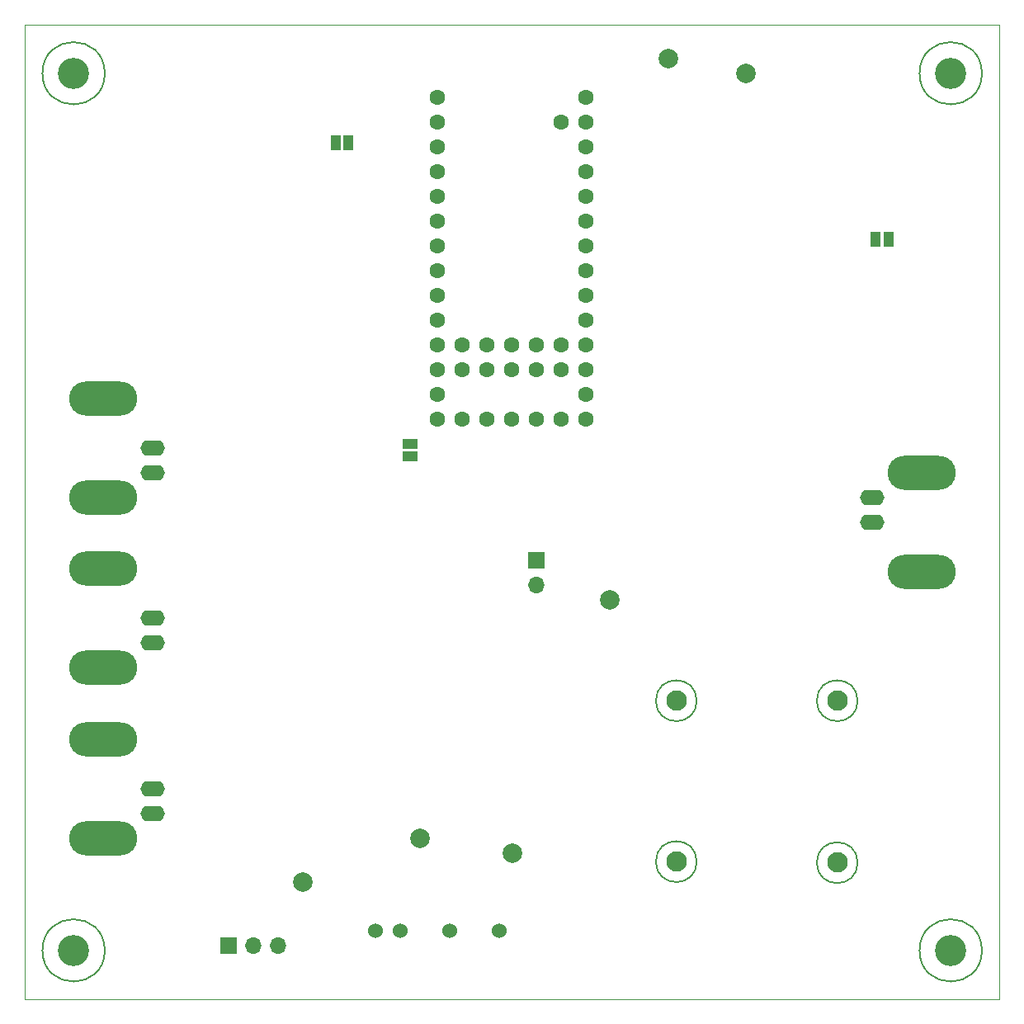
<source format=gbs>
G04 #@! TF.GenerationSoftware,KiCad,Pcbnew,7.0.8-7.0.8~ubuntu22.04.1*
G04 #@! TF.CreationDate,2023-10-06T16:41:22-07:00*
G04 #@! TF.ProjectId,feedbackController,66656564-6261-4636-9b43-6f6e74726f6c,rev?*
G04 #@! TF.SameCoordinates,Original*
G04 #@! TF.FileFunction,Soldermask,Bot*
G04 #@! TF.FilePolarity,Negative*
%FSLAX46Y46*%
G04 Gerber Fmt 4.6, Leading zero omitted, Abs format (unit mm)*
G04 Created by KiCad (PCBNEW 7.0.8-7.0.8~ubuntu22.04.1) date 2023-10-06 16:41:22*
%MOMM*%
%LPD*%
G01*
G04 APERTURE LIST*
%ADD10C,2.000000*%
%ADD11C,2.100000*%
%ADD12C,3.200000*%
%ADD13R,1.700000X1.700000*%
%ADD14O,1.700000X1.700000*%
%ADD15C,1.524000*%
%ADD16O,2.500000X1.600000*%
%ADD17O,7.000000X3.500000*%
%ADD18C,1.600000*%
%ADD19R,1.500000X1.000000*%
%ADD20R,1.000000X1.500000*%
%ADD21C,0.150000*%
G04 #@! TA.AperFunction,Profile*
%ADD22C,0.100000*%
G04 #@! TD*
G04 APERTURE END LIST*
D10*
X124000000Y-55000000D03*
D11*
X133350000Y-119380000D03*
D12*
X145000000Y-55000000D03*
X55000000Y-55000000D03*
D13*
X102500000Y-105000000D03*
D14*
X102500000Y-107540000D03*
D15*
X86000000Y-143000000D03*
X88540000Y-143000000D03*
X93620000Y-143000000D03*
X98700000Y-143000000D03*
D16*
X63080000Y-93420000D03*
D17*
X58000000Y-98500000D03*
D16*
X63080000Y-95960000D03*
D17*
X58000000Y-88340000D03*
D13*
X70920000Y-144500000D03*
D14*
X73460000Y-144500000D03*
X76000000Y-144500000D03*
D10*
X100000000Y-135000000D03*
D16*
X63080000Y-128420000D03*
D17*
X58000000Y-133500000D03*
D16*
X63080000Y-130960000D03*
D17*
X58000000Y-123340000D03*
D11*
X116840000Y-119380000D03*
D10*
X116000000Y-53500000D03*
D16*
X136920000Y-101080000D03*
D17*
X142000000Y-96000000D03*
D16*
X136920000Y-98540000D03*
D17*
X142000000Y-106160000D03*
D10*
X110000000Y-109000000D03*
D12*
X145000000Y-145000000D03*
X55000000Y-145000000D03*
D11*
X116840000Y-135890000D03*
D10*
X90500000Y-133500000D03*
D11*
X133350000Y-136000000D03*
D10*
X78500000Y-138000000D03*
D16*
X63080000Y-110920000D03*
D17*
X58000000Y-116000000D03*
D16*
X63080000Y-113460000D03*
D17*
X58000000Y-105840000D03*
D18*
X92300000Y-57460000D03*
X92300000Y-60000000D03*
X92300000Y-62540000D03*
X92300000Y-65080000D03*
X92300000Y-67620000D03*
X92300000Y-70160000D03*
X92300000Y-72700000D03*
X92300000Y-75240000D03*
X92300000Y-77780000D03*
X92300000Y-80320000D03*
X92300000Y-82860000D03*
X92300000Y-85400000D03*
X92300000Y-87940000D03*
X92300000Y-90480000D03*
X94840000Y-90480000D03*
X97380000Y-90480000D03*
X99920000Y-90480000D03*
X102460000Y-90480000D03*
X105000000Y-90480000D03*
X107540000Y-90480000D03*
X107540000Y-87940000D03*
X107540000Y-85400000D03*
X107540000Y-82860000D03*
X107540000Y-80320000D03*
X107540000Y-77780000D03*
X107540000Y-75240000D03*
X107540000Y-72700000D03*
X107540000Y-70160000D03*
X107540000Y-67620000D03*
X107540000Y-65080000D03*
X107540000Y-62540000D03*
X107540000Y-60000000D03*
X107540000Y-57460000D03*
X105000000Y-60000000D03*
X105000000Y-85400000D03*
X105000000Y-82860000D03*
X102460000Y-85400000D03*
X102460000Y-82860000D03*
X99920000Y-85400000D03*
X99920000Y-82860000D03*
X97380000Y-85400000D03*
X97380000Y-82860000D03*
X94840000Y-85400000D03*
X94840000Y-82860000D03*
D19*
X89500000Y-93000000D03*
X89500000Y-94300000D03*
D20*
X137300000Y-72000000D03*
X138600000Y-72000000D03*
X83200000Y-62100000D03*
X81900000Y-62100000D03*
D21*
X135450000Y-119380000D02*
G75*
G03*
X135450000Y-119380000I-2100000J0D01*
G01*
X148200000Y-55000000D02*
G75*
G03*
X148200000Y-55000000I-3200000J0D01*
G01*
X58200000Y-55000000D02*
G75*
G03*
X58200000Y-55000000I-3200000J0D01*
G01*
X118940000Y-119380000D02*
G75*
G03*
X118940000Y-119380000I-2100000J0D01*
G01*
X148200000Y-145000000D02*
G75*
G03*
X148200000Y-145000000I-3200000J0D01*
G01*
X58200000Y-145000000D02*
G75*
G03*
X58200000Y-145000000I-3200000J0D01*
G01*
X118940000Y-135890000D02*
G75*
G03*
X118940000Y-135890000I-2100000J0D01*
G01*
X135450000Y-136000000D02*
G75*
G03*
X135450000Y-136000000I-2100000J0D01*
G01*
D22*
X150000000Y-50000000D02*
X50000000Y-50000000D01*
X50000000Y-50000000D02*
X50000000Y-150000000D01*
X150000000Y-150000000D02*
X150000000Y-50000000D01*
X50000000Y-150000000D02*
X150000000Y-150000000D01*
M02*

</source>
